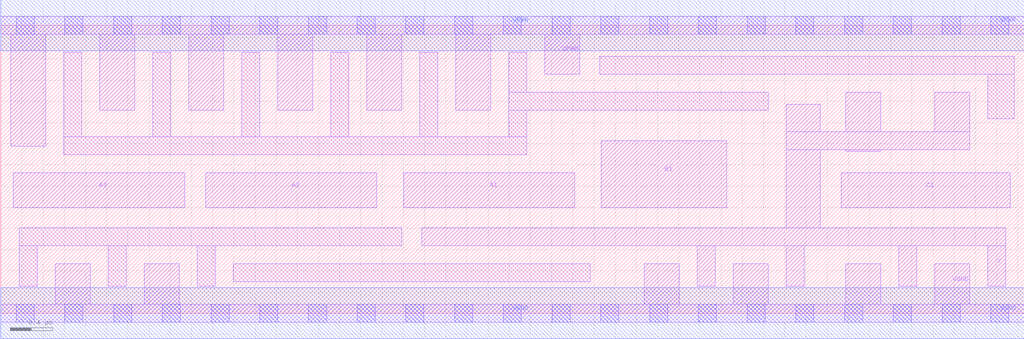
<source format=lef>
# Copyright 2020 The SkyWater PDK Authors
#
# Licensed under the Apache License, Version 2.0 (the "License");
# you may not use this file except in compliance with the License.
# You may obtain a copy of the License at
#
#     https://www.apache.org/licenses/LICENSE-2.0
#
# Unless required by applicable law or agreed to in writing, software
# distributed under the License is distributed on an "AS IS" BASIS,
# WITHOUT WARRANTIES OR CONDITIONS OF ANY KIND, either express or implied.
# See the License for the specific language governing permissions and
# limitations under the License.
#
# SPDX-License-Identifier: Apache-2.0

VERSION 5.7 ;
  NAMESCASESENSITIVE ON ;
  NOWIREEXTENSIONATPIN ON ;
  DIVIDERCHAR "/" ;
  BUSBITCHARS "[]" ;
UNITS
  DATABASE MICRONS 200 ;
END UNITS
MACRO sky130_fd_sc_hd__a311oi_4
  CLASS CORE ;
  SOURCE USER ;
  FOREIGN sky130_fd_sc_hd__a311oi_4 ;
  ORIGIN  0.000000  0.000000 ;
  SIZE  9.660000 BY  2.720000 ;
  SYMMETRY X Y R90 ;
  SITE unithd ;
  PIN A1
    ANTENNAGATEAREA  0.990000 ;
    DIRECTION INPUT ;
    USE SIGNAL ;
    PORT
      LAYER li1 ;
        RECT 3.805000 0.995000 5.420000 1.325000 ;
    END
  END A1
  PIN A2
    ANTENNAGATEAREA  0.990000 ;
    DIRECTION INPUT ;
    USE SIGNAL ;
    PORT
      LAYER li1 ;
        RECT 1.935000 0.995000 3.550000 1.325000 ;
    END
  END A2
  PIN A3
    ANTENNAGATEAREA  0.990000 ;
    DIRECTION INPUT ;
    USE SIGNAL ;
    PORT
      LAYER li1 ;
        RECT 0.120000 0.995000 1.735000 1.325000 ;
    END
  END A3
  PIN B1
    ANTENNAGATEAREA  0.990000 ;
    DIRECTION INPUT ;
    USE SIGNAL ;
    PORT
      LAYER li1 ;
        RECT 5.670000 0.995000 6.855000 1.630000 ;
    END
  END B1
  PIN C1
    ANTENNAGATEAREA  0.990000 ;
    DIRECTION INPUT ;
    USE SIGNAL ;
    PORT
      LAYER li1 ;
        RECT 7.935000 0.995000 9.530000 1.325000 ;
    END
  END C1
  PIN Y
    ANTENNADIFFAREA  1.898500 ;
    DIRECTION OUTPUT ;
    USE SIGNAL ;
    PORT
      LAYER li1 ;
        RECT 3.975000 0.635000 9.485000 0.805000 ;
        RECT 6.575000 0.255000 6.745000 0.635000 ;
        RECT 7.415000 0.255000 7.585000 0.635000 ;
        RECT 7.415000 0.805000 7.735000 1.545000 ;
        RECT 7.415000 1.545000 9.145000 1.715000 ;
        RECT 7.415000 1.715000 7.735000 1.975000 ;
        RECT 7.975000 1.530000 8.305000 1.545000 ;
        RECT 7.975000 1.715000 8.305000 2.085000 ;
        RECT 8.475000 0.255000 8.645000 0.635000 ;
        RECT 8.815000 1.715000 9.145000 2.085000 ;
        RECT 9.315000 0.255000 9.485000 0.635000 ;
    END
  END Y
  PIN VGND
    DIRECTION INOUT ;
    SHAPE ABUTMENT ;
    USE GROUND ;
    PORT
      LAYER li1 ;
        RECT 0.000000 -0.085000 9.660000 0.085000 ;
        RECT 0.515000  0.085000 0.845000 0.465000 ;
        RECT 1.355000  0.085000 1.685000 0.465000 ;
        RECT 6.075000  0.085000 6.405000 0.465000 ;
        RECT 6.915000  0.085000 7.245000 0.465000 ;
        RECT 7.975000  0.085000 8.305000 0.465000 ;
        RECT 8.815000  0.085000 9.145000 0.465000 ;
      LAYER mcon ;
        RECT 0.145000 -0.085000 0.315000 0.085000 ;
        RECT 0.605000 -0.085000 0.775000 0.085000 ;
        RECT 1.065000 -0.085000 1.235000 0.085000 ;
        RECT 1.525000 -0.085000 1.695000 0.085000 ;
        RECT 1.985000 -0.085000 2.155000 0.085000 ;
        RECT 2.445000 -0.085000 2.615000 0.085000 ;
        RECT 2.905000 -0.085000 3.075000 0.085000 ;
        RECT 3.365000 -0.085000 3.535000 0.085000 ;
        RECT 3.825000 -0.085000 3.995000 0.085000 ;
        RECT 4.285000 -0.085000 4.455000 0.085000 ;
        RECT 4.745000 -0.085000 4.915000 0.085000 ;
        RECT 5.205000 -0.085000 5.375000 0.085000 ;
        RECT 5.665000 -0.085000 5.835000 0.085000 ;
        RECT 6.125000 -0.085000 6.295000 0.085000 ;
        RECT 6.585000 -0.085000 6.755000 0.085000 ;
        RECT 7.045000 -0.085000 7.215000 0.085000 ;
        RECT 7.505000 -0.085000 7.675000 0.085000 ;
        RECT 7.965000 -0.085000 8.135000 0.085000 ;
        RECT 8.425000 -0.085000 8.595000 0.085000 ;
        RECT 8.885000 -0.085000 9.055000 0.085000 ;
        RECT 9.345000 -0.085000 9.515000 0.085000 ;
      LAYER met1 ;
        RECT 0.000000 -0.240000 9.660000 0.240000 ;
    END
  END VGND
  PIN VPWR
    DIRECTION INOUT ;
    SHAPE ABUTMENT ;
    USE POWER ;
    PORT
      LAYER li1 ;
        RECT 0.000000 2.635000 9.660000 2.805000 ;
        RECT 0.095000 1.575000 0.425000 2.635000 ;
        RECT 0.935000 1.915000 1.265000 2.635000 ;
        RECT 1.775000 1.915000 2.105000 2.635000 ;
        RECT 2.615000 1.915000 2.945000 2.635000 ;
        RECT 3.455000 1.915000 3.785000 2.635000 ;
        RECT 4.295000 1.915000 4.625000 2.635000 ;
        RECT 5.135000 2.255000 5.465000 2.635000 ;
      LAYER mcon ;
        RECT 0.145000 2.635000 0.315000 2.805000 ;
        RECT 0.605000 2.635000 0.775000 2.805000 ;
        RECT 1.065000 2.635000 1.235000 2.805000 ;
        RECT 1.525000 2.635000 1.695000 2.805000 ;
        RECT 1.985000 2.635000 2.155000 2.805000 ;
        RECT 2.445000 2.635000 2.615000 2.805000 ;
        RECT 2.905000 2.635000 3.075000 2.805000 ;
        RECT 3.365000 2.635000 3.535000 2.805000 ;
        RECT 3.825000 2.635000 3.995000 2.805000 ;
        RECT 4.285000 2.635000 4.455000 2.805000 ;
        RECT 4.745000 2.635000 4.915000 2.805000 ;
        RECT 5.205000 2.635000 5.375000 2.805000 ;
        RECT 5.665000 2.635000 5.835000 2.805000 ;
        RECT 6.125000 2.635000 6.295000 2.805000 ;
        RECT 6.585000 2.635000 6.755000 2.805000 ;
        RECT 7.045000 2.635000 7.215000 2.805000 ;
        RECT 7.505000 2.635000 7.675000 2.805000 ;
        RECT 7.965000 2.635000 8.135000 2.805000 ;
        RECT 8.425000 2.635000 8.595000 2.805000 ;
        RECT 8.885000 2.635000 9.055000 2.805000 ;
        RECT 9.345000 2.635000 9.515000 2.805000 ;
      LAYER met1 ;
        RECT 0.000000 2.480000 9.660000 2.960000 ;
    END
  END VPWR
  OBS
    LAYER li1 ;
      RECT 0.175000 0.255000 0.345000 0.635000 ;
      RECT 0.175000 0.635000 3.785000 0.805000 ;
      RECT 0.595000 1.495000 4.965000 1.665000 ;
      RECT 0.595000 1.665000 0.765000 2.465000 ;
      RECT 1.015000 0.255000 1.185000 0.635000 ;
      RECT 1.435000 1.665000 1.605000 2.465000 ;
      RECT 1.855000 0.255000 2.025000 0.635000 ;
      RECT 2.195000 0.295000 5.565000 0.465000 ;
      RECT 2.275000 1.665000 2.445000 2.465000 ;
      RECT 3.115000 1.665000 3.285000 2.465000 ;
      RECT 3.955000 1.665000 4.125000 2.465000 ;
      RECT 4.795000 1.665000 4.965000 1.915000 ;
      RECT 4.795000 1.915000 7.245000 2.085000 ;
      RECT 4.795000 2.085000 4.965000 2.465000 ;
      RECT 5.655000 2.255000 9.565000 2.425000 ;
      RECT 9.315000 1.835000 9.565000 2.255000 ;
  END
END sky130_fd_sc_hd__a311oi_4
END LIBRARY

</source>
